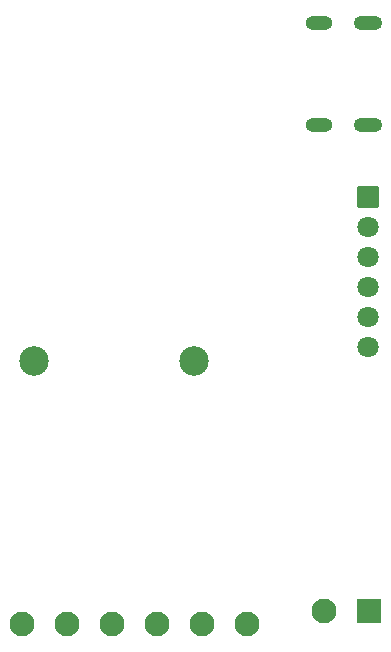
<source format=gbs>
G04 Layer: BottomSolderMaskLayer*
G04 EasyEDA v6.5.50, 2025-07-26 22:56:47*
G04 19dcf52f1c7e4662a813e58eb1d4b948,5db155e37078497989a25cdeaf243bf5,10*
G04 Gerber Generator version 0.2*
G04 Scale: 100 percent, Rotated: No, Reflected: No *
G04 Dimensions in millimeters *
G04 leading zeros omitted , absolute positions ,4 integer and 5 decimal *
%FSLAX45Y45*%
%MOMM*%

%AMMACRO1*4,1,8,-0.8711,-0.9008,-0.9008,-0.871,-0.9008,0.8711,-0.8711,0.9008,0.871,0.9008,0.9008,0.8711,0.9008,-0.871,0.871,-0.9008,-0.8711,-0.9008,0*%
%AMMACRO2*4,1,8,-1.0207,-1.05,-1.05,-1.0207,-1.05,1.0207,-1.0207,1.05,1.0207,1.05,1.05,1.0207,1.05,-1.0207,1.0207,-1.05,-1.0207,-1.05,0*%
%ADD10MACRO1*%
%ADD11C,1.8016*%
%ADD12O,2.3015956X1.2015978000000003*%
%ADD13O,2.4015954X1.2015978000000003*%
%ADD14C,2.5016*%
%ADD15C,2.1000*%
%ADD16C,2.1000*%
%ADD17MACRO2*%
%ADD18C,0.0115*%

%LPD*%
D10*
G01*
X3669992Y4064993D03*
D11*
G01*
X3669995Y3810990D03*
G01*
X3669995Y3556990D03*
G01*
X3669995Y3302990D03*
G01*
X3669995Y3048990D03*
G01*
X3669995Y2794990D03*
D12*
G01*
X3252850Y4677994D03*
G01*
X3252850Y5541975D03*
D13*
G01*
X3667861Y5542000D03*
G01*
X3667861Y4677994D03*
D14*
G01*
X2200020Y2680004D03*
G01*
X840003Y2680004D03*
D15*
G01*
X1499514Y449986D03*
G01*
X2642514Y449986D03*
G01*
X2261514Y449986D03*
G01*
X1880514Y449986D03*
G01*
X1118514Y449986D03*
G01*
X737514Y449986D03*
D16*
G01*
X3299485Y559993D03*
D17*
G01*
X3680493Y559998D03*
M02*

</source>
